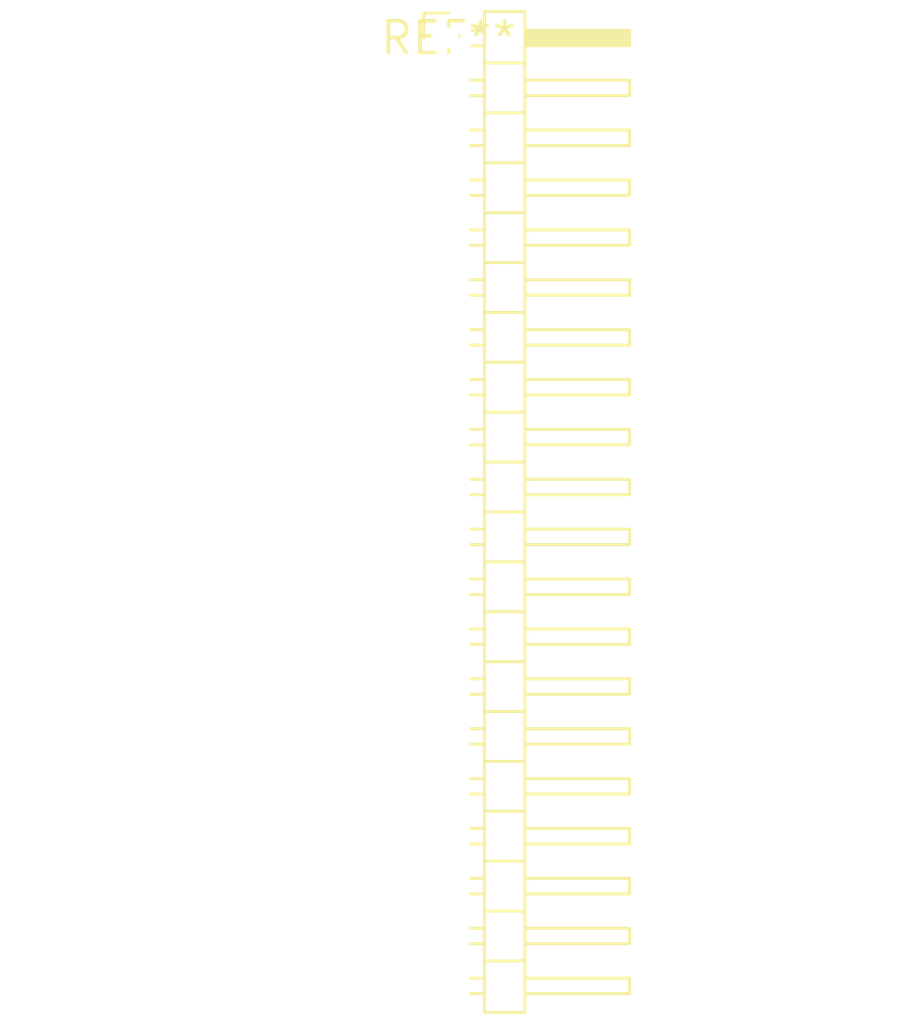
<source format=kicad_pcb>
(kicad_pcb (version 20240108) (generator pcbnew)
  (layers (0 "F.Cu" signal) (31 "B.Cu" signal) (34 "B.Paste" user) (35 "F.Paste" user) (36 "B.SilkS" user "B.Silkscreen") (37 "F.SilkS" user "F.Silkscreen") (38 "B.Mask" user) (39 "F.Mask" user) (44 "Edge.Cuts" user))
  (net 0 "")
  (footprint "PinHeader_1x20_P2.00mm_Horizontal" (layer "F.Cu") (at 0 0)
    (property "Reference" "REF**")
    (property "Value" "PinHeader_1x20_P2.00mm_Horizontal")
    (fp_line (start -1 -1) (end 0 -1) (layer "F.SilkS") (stroke (width 0.12)))
    (fp_line (start -1 0) (end -1 -1) (layer "F.SilkS") (stroke (width 0.12)))
    (fp_line (start 0.882114 1.69) (end 1.44 1.69) (layer "F.SilkS") (stroke (width 0.12)))
    (fp_line (start 0.882114 2.31) (end 1.44 2.31) (layer "F.SilkS") (stroke (width 0.12)))
    (fp_line (start 0.882114 3.69) (end 1.44 3.69) (layer "F.SilkS") (stroke (width 0.12)))
    (fp_line (start 0.882114 4.31) (end 1.44 4.31) (layer "F.SilkS") (stroke (width 0.12)))
    (fp_line (start 0.882114 5.69) (end 1.44 5.69) (layer "F.SilkS") (stroke (width 0.12)))
    (fp_line (start 0.882114 6.31) (end 1.44 6.31) (layer "F.SilkS") (stroke (width 0.12)))
    (fp_line (start 0.882114 7.69) (end 1.44 7.69) (layer "F.SilkS") (stroke (width 0.12)))
    (fp_line (start 0.882114 8.31) (end 1.44 8.31) (layer "F.SilkS") (stroke (width 0.12)))
    (fp_line (start 0.882114 9.69) (end 1.44 9.69) (layer "F.SilkS") (stroke (width 0.12)))
    (fp_line (start 0.882114 10.31) (end 1.44 10.31) (layer "F.SilkS") (stroke (width 0.12)))
    (fp_line (start 0.882114 11.69) (end 1.44 11.69) (layer "F.SilkS") (stroke (width 0.12)))
    (fp_line (start 0.882114 12.31) (end 1.44 12.31) (layer "F.SilkS") (stroke (width 0.12)))
    (fp_line (start 0.882114 13.69) (end 1.44 13.69) (layer "F.SilkS") (stroke (width 0.12)))
    (fp_line (start 0.882114 14.31) (end 1.44 14.31) (layer "F.SilkS") (stroke (width 0.12)))
    (fp_line (start 0.882114 15.69) (end 1.44 15.69) (layer "F.SilkS") (stroke (width 0.12)))
    (fp_line (start 0.882114 16.31) (end 1.44 16.31) (layer "F.SilkS") (stroke (width 0.12)))
    (fp_line (start 0.882114 17.69) (end 1.44 17.69) (layer "F.SilkS") (stroke (width 0.12)))
    (fp_line (start 0.882114 18.31) (end 1.44 18.31) (layer "F.SilkS") (stroke (width 0.12)))
    (fp_line (start 0.882114 19.69) (end 1.44 19.69) (layer "F.SilkS") (stroke (width 0.12)))
    (fp_line (start 0.882114 20.31) (end 1.44 20.31) (layer "F.SilkS") (stroke (width 0.12)))
    (fp_line (start 0.882114 21.69) (end 1.44 21.69) (layer "F.SilkS") (stroke (width 0.12)))
    (fp_line (start 0.882114 22.31) (end 1.44 22.31) (layer "F.SilkS") (stroke (width 0.12)))
    (fp_line (start 0.882114 23.69) (end 1.44 23.69) (layer "F.SilkS") (stroke (width 0.12)))
    (fp_line (start 0.882114 24.31) (end 1.44 24.31) (layer "F.SilkS") (stroke (width 0.12)))
    (fp_line (start 0.882114 25.69) (end 1.44 25.69) (layer "F.SilkS") (stroke (width 0.12)))
    (fp_line (start 0.882114 26.31) (end 1.44 26.31) (layer "F.SilkS") (stroke (width 0.12)))
    (fp_line (start 0.882114 27.69) (end 1.44 27.69) (layer "F.SilkS") (stroke (width 0.12)))
    (fp_line (start 0.882114 28.31) (end 1.44 28.31) (layer "F.SilkS") (stroke (width 0.12)))
    (fp_line (start 0.882114 29.69) (end 1.44 29.69) (layer "F.SilkS") (stroke (width 0.12)))
    (fp_line (start 0.882114 30.31) (end 1.44 30.31) (layer "F.SilkS") (stroke (width 0.12)))
    (fp_line (start 0.882114 31.69) (end 1.44 31.69) (layer "F.SilkS") (stroke (width 0.12)))
    (fp_line (start 0.882114 32.31) (end 1.44 32.31) (layer "F.SilkS") (stroke (width 0.12)))
    (fp_line (start 0.882114 33.69) (end 1.44 33.69) (layer "F.SilkS") (stroke (width 0.12)))
    (fp_line (start 0.882114 34.31) (end 1.44 34.31) (layer "F.SilkS") (stroke (width 0.12)))
    (fp_line (start 0.882114 35.69) (end 1.44 35.69) (layer "F.SilkS") (stroke (width 0.12)))
    (fp_line (start 0.882114 36.31) (end 1.44 36.31) (layer "F.SilkS") (stroke (width 0.12)))
    (fp_line (start 0.882114 37.69) (end 1.44 37.69) (layer "F.SilkS") (stroke (width 0.12)))
    (fp_line (start 0.882114 38.31) (end 1.44 38.31) (layer "F.SilkS") (stroke (width 0.12)))
    (fp_line (start 0.935 -0.31) (end 1.44 -0.31) (layer "F.SilkS") (stroke (width 0.12)))
    (fp_line (start 0.935 0.31) (end 1.44 0.31) (layer "F.SilkS") (stroke (width 0.12)))
    (fp_line (start 1.44 -1.06) (end 1.44 39.06) (layer "F.SilkS") (stroke (width 0.12)))
    (fp_line (start 1.44 1) (end 3.06 1) (layer "F.SilkS") (stroke (width 0.12)))
    (fp_line (start 1.44 3) (end 3.06 3) (layer "F.SilkS") (stroke (width 0.12)))
    (fp_line (start 1.44 5) (end 3.06 5) (layer "F.SilkS") (stroke (width 0.12)))
    (fp_line (start 1.44 7) (end 3.06 7) (layer "F.SilkS") (stroke (width 0.12)))
    (fp_line (start 1.44 9) (end 3.06 9) (layer "F.SilkS") (stroke (width 0.12)))
    (fp_line (start 1.44 11) (end 3.06 11) (layer "F.SilkS") (stroke (width 0.12)))
    (fp_line (start 1.44 13) (end 3.06 13) (layer "F.SilkS") (stroke (width 0.12)))
    (fp_line (start 1.44 15) (end 3.06 15) (layer "F.SilkS") (stroke (width 0.12)))
    (fp_line (start 1.44 17) (end 3.06 17) (layer "F.SilkS") (stroke (width 0.12)))
    (fp_line (start 1.44 19) (end 3.06 19) (layer "F.SilkS") (stroke (width 0.12)))
    (fp_line (start 1.44 21) (end 3.06 21) (layer "F.SilkS") (stroke (width 0.12)))
    (fp_line (start 1.44 23) (end 3.06 23) (layer "F.SilkS") (stroke (width 0.12)))
    (fp_line (start 1.44 25) (end 3.06 25) (layer "F.SilkS") (stroke (width 0.12)))
    (fp_line (start 1.44 27) (end 3.06 27) (layer "F.SilkS") (stroke (width 0.12)))
    (fp_line (start 1.44 29) (end 3.06 29) (layer "F.SilkS") (stroke (width 0.12)))
    (fp_line (start 1.44 31) (end 3.06 31) (layer "F.SilkS") (stroke (width 0.12)))
    (fp_line (start 1.44 33) (end 3.06 33) (layer "F.SilkS") (stroke (width 0.12)))
    (fp_line (start 1.44 35) (end 3.06 35) (layer "F.SilkS") (stroke (width 0.12)))
    (fp_line (start 1.44 37) (end 3.06 37) (layer "F.SilkS") (stroke (width 0.12)))
    (fp_line (start 1.44 39.06) (end 3.06 39.06) (layer "F.SilkS") (stroke (width 0.12)))
    (fp_line (start 3.06 -1.06) (end 1.44 -1.06) (layer "F.SilkS") (stroke (width 0.12)))
    (fp_line (start 3.06 -0.31) (end 7.26 -0.31) (layer "F.SilkS") (stroke (width 0.12)))
    (fp_line (start 3.06 -0.25) (end 7.26 -0.25) (layer "F.SilkS") (stroke (width 0.12)))
    (fp_line (start 3.06 -0.13) (end 7.26 -0.13) (layer "F.SilkS") (stroke (width 0.12)))
    (fp_line (start 3.06 -0.01) (end 7.26 -0.01) (layer "F.SilkS") (stroke (width 0.12)))
    (fp_line (start 3.06 0.11) (end 7.26 0.11) (layer "F.SilkS") (stroke (width 0.12)))
    (fp_line (start 3.06 0.23) (end 7.26 0.23) (layer "F.SilkS") (stroke (width 0.12)))
    (fp_line (start 3.06 1.69) (end 7.26 1.69) (layer "F.SilkS") (stroke (width 0.12)))
    (fp_line (start 3.06 3.69) (end 7.26 3.69) (layer "F.SilkS") (stroke (width 0.12)))
    (fp_line (start 3.06 5.69) (end 7.26 5.69) (layer "F.SilkS") (stroke (width 0.12)))
    (fp_line (start 3.06 7.69) (end 7.26 7.69) (layer "F.SilkS") (stroke (width 0.12)))
    (fp_line (start 3.06 9.69) (end 7.26 9.69) (layer "F.SilkS") (stroke (width 0.12)))
    (fp_line (start 3.06 11.69) (end 7.26 11.69) (layer "F.SilkS") (stroke (width 0.12)))
    (fp_line (start 3.06 13.69) (end 7.26 13.69) (layer "F.SilkS") (stroke (width 0.12)))
    (fp_line (start 3.06 15.69) (end 7.26 15.69) (layer "F.SilkS") (stroke (width 0.12)))
    (fp_line (start 3.06 17.69) (end 7.26 17.69) (layer "F.SilkS") (stroke (width 0.12)))
    (fp_line (start 3.06 19.69) (end 7.26 19.69) (layer "F.SilkS") (stroke (width 0.12)))
    (fp_line (start 3.06 21.69) (end 7.26 21.69) (layer "F.SilkS") (stroke (width 0.12)))
    (fp_line (start 3.06 23.69) (end 7.26 23.69) (layer "F.SilkS") (stroke (width 0.12)))
    (fp_line (start 3.06 25.69) (end 7.26 25.69) (layer "F.SilkS") (stroke (width 0.12)))
    (fp_line (start 3.06 27.69) (end 7.26 27.69) (layer "F.SilkS") (stroke (width 0.12)))
    (fp_line (start 3.06 29.69) (end 7.26 29.69) (layer "F.SilkS") (stroke (width 0.12)))
    (fp_line (start 3.06 31.69) (end 7.26 31.69) (layer "F.SilkS") (stroke (width 0.12)))
    (fp_line (start 3.06 33.69) (end 7.26 33.69) (layer "F.SilkS") (stroke (width 0.12)))
    (fp_line (start 3.06 35.69) (end 7.26 35.69) (layer "F.SilkS") (stroke (width 0.12)))
    (fp_line (start 3.06 37.69) (end 7.26 37.69) (layer "F.SilkS") (stroke (width 0.12)))
    (fp_line (start 3.06 39.06) (end 3.06 -1.06) (layer "F.SilkS") (stroke (width 0.12)))
    (fp_line (start 7.26 -0.31) (end 7.26 0.31) (layer "F.SilkS") (stroke (width 0.12)))
    (fp_line (start 7.26 0.31) (end 3.06 0.31) (layer "F.SilkS") (stroke (width 0.12)))
    (fp_line (start 7.26 1.69) (end 7.26 2.31) (layer "F.SilkS") (stroke (width 0.12)))
    (fp_line (start 7.26 2.31) (end 3.06 2.31) (layer "F.SilkS") (stroke (width 0.12)))
    (fp_line (start 7.26 3.69) (end 7.26 4.31) (layer "F.SilkS") (stroke (width 0.12)))
    (fp_line (start 7.26 4.31) (end 3.06 4.31) (layer "F.SilkS") (stroke (width 0.12)))
    (fp_line (start 7.26 5.69) (end 7.26 6.31) (layer "F.SilkS") (stroke (width 0.12)))
    (fp_line (start 7.26 6.31) (end 3.06 6.31) (layer "F.SilkS") (stroke (width 0.12)))
    (fp_line (start 7.26 7.69) (end 7.26 8.31) (layer "F.SilkS") (stroke (width 0.12)))
    (fp_line (start 7.26 8.31) (end 3.06 8.31) (layer "F.SilkS") (stroke (width 0.12)))
    (fp_line (start 7.26 9.69) (end 7.26 10.31) (layer "F.SilkS") (stroke (width 0.12)))
    (fp_line (start 7.26 10.31) (end 3.06 10.31) (layer "F.SilkS") (stroke (width 0.12)))
    (fp_line (start 7.26 11.69) (end 7.26 12.31) (layer "F.SilkS") (stroke (width 0.12)))
    (fp_line (start 7.26 12.31) (end 3.06 12.31) (layer "F.SilkS") (stroke (width 0.12)))
    (fp_line (start 7.26 13.69) (end 7.26 14.31) (layer "F.SilkS") (stroke (width 0.12)))
    (fp_line (start 7.26 14.31) (end 3.06 14.31) (layer "F.SilkS") (stroke (width 0.12)))
    (fp_line (start 7.26 15.69) (end 7.26 16.31) (layer "F.SilkS") (stroke (width 0.12)))
    (fp_line (start 7.26 16.31) (end 3.06 16.31) (layer "F.SilkS") (stroke (width 0.12)))
    (fp_line (start 7.26 17.69) (end 7.26 18.31) (layer "F.SilkS") (stroke (width 0.12)))
    (fp_line (start 7.26 18.31) (end 3.06 18.31) (layer "F.SilkS") (stroke (width 0.12)))
    (fp_line (start 7.26 19.69) (end 7.26 20.31) (layer "F.SilkS") (stroke (width 0.12)))
    (fp_line (start 7.26 20.31) (end 3.06 20.31) (layer "F.SilkS") (stroke (width 0.12)))
    (fp_line (start 7.26 21.69) (end 7.26 22.31) (layer "F.SilkS") (stroke (width 0.12)))
    (fp_line (start 7.26 22.31) (end 3.06 22.31) (layer "F.SilkS") (stroke (width 0.12)))
    (fp_line (start 7.26 23.69) (end 7.26 24.31) (layer "F.SilkS") (stroke (width 0.12)))
    (fp_line (start 7.26 24.31) (end 3.06 24.31) (layer "F.SilkS") (stroke (width 0.12)))
    (fp_line (start 7.26 25.69) (end 7.26 26.31) (layer "F.SilkS") (stroke (width 0.12)))
    (fp_line (start 7.26 26.31) (end 3.06 26.31) (layer "F.SilkS") (stroke (width 0.12)))
    (fp_line (start 7.26 27.69) (end 7.26 28.31) (layer "F.SilkS") (stroke (width 0.12)))
    (fp_line (start 7.26 28.31) (end 3.06 28.31) (layer "F.SilkS") (stroke (width 0.12)))
    (fp_line (start 7.26 29.69) (end 7.26 30.31) (layer "F.SilkS") (stroke (width 0.12)))
    (fp_line (start 7.26 30.31) (end 3.06 30.31) (layer "F.SilkS") (stroke (width 0.12)))
    (fp_line (start 7.26 31.69) (end 7.26 32.31) (layer "F.SilkS") (stroke (width 0.12)))
    (fp_line (start 7.26 32.31) (end 3.06 32.31) (layer "F.SilkS") (stroke (width 0.12)))
    (fp_line (start 7.26 33.69) (end 7.26 34.31) (layer "F.SilkS") (stroke (width 0.12)))
    (fp_line (start 7.26 34.31) (end 3.06 34.31) (layer "F.SilkS") (stroke (width 0.12)))
    (fp_line (start 7.26 35.69) (end 7.26 36.31) (layer "F.SilkS") (stroke (width 0.12)))
    (fp_line (start 7.26 36.31) (end 3.06 36.31) (layer "F.SilkS") (stroke (width 0.12)))
    (fp_line (start 7.26 37.69) (end 7.26 38.31) (layer "F.SilkS") (stroke (width 0.12)))
    (fp_line (start 7.26 38.31) (end 3.06 38.31) (layer "F.SilkS") (stroke (width 0.12)))
    (pad "1" thru_hole rect (at 0 0) (size 1.35 1.35) (drill 0.8) (layers *.Cu *.Mask) (remove_unused_layers))
    (pad "2" thru_hole oval (at 0 2) (size 1.35 1.35) (drill 0.8) (layers *.Cu *.Mask) (remove_unused_layers))
    (pad "3" thru_hole oval (at 0 4) (size 1.35 1.35) (drill 0.8) (layers *.Cu *.Mask) (remove_unused_layers))
    (pad "4" thru_hole oval (at 0 6) (size 1.35 1.35) (drill 0.8) (layers *.Cu *.Mask) (remove_unused_layers))
    (pad "5" thru_hole oval (at 0 8) (size 1.35 1.35) (drill 0.8) (layers *.Cu *.Mask) (remove_unused_layers))
    (pad "6" thru_hole oval (at 0 10) (size 1.35 1.35) (drill 0.8) (layers *.Cu *.Mask) (remove_unused_layers))
    (pad "7" thru_hole oval (at 0 12) (size 1.35 1.35) (drill 0.8) (layers *.Cu *.Mask) (remove_unused_layers))
    (pad "8" thru_hole oval (at 0 14) (size 1.35 1.35) (drill 0.8) (layers *.Cu *.Mask) (remove_unused_layers))
    (pad "9" thru_hole oval (at 0 16) (size 1.35 1.35) (drill 0.8) (layers *.Cu *.Mask) (remove_unused_layers))
    (pad "10" thru_hole oval (at 0 18) (size 1.35 1.35) (drill 0.8) (layers *.Cu *.Mask) (remove_unused_layers))
    (pad "11" thru_hole oval (at 0 20) (size 1.35 1.35) (drill 0.8) (layers *.Cu *.Mask) (remove_unused_layers))
    (pad "12" thru_hole oval (at 0 22) (size 1.35 1.35) (drill 0.8) (layers *.Cu *.Mask) (remove_unused_layers))
    (pad "13" thru_hole oval (at 0 24) (size 1.35 1.35) (drill 0.8) (layers *.Cu *.Mask) (remove_unused_layers))
    (pad "14" thru_hole oval (at 0 26) (size 1.35 1.35) (drill 0.8) (layers *.Cu *.Mask) (remove_unused_layers))
    (pad "15" thru_hole oval (at 0 28) (size 1.35 1.35) (drill 0.8) (layers *.Cu *.Mask) (remove_unused_layers))
    (pad "16" thru_hole oval (at 0 30) (size 1.35 1.35) (drill 0.8) (layers *.Cu *.Mask) (remove_unused_layers))
    (pad "17" thru_hole oval (at 0 32) (size 1.35 1.35) (drill 0.8) (layers *.Cu *.Mask) (remove_unused_layers))
    (pad "18" thru_hole oval (at 0 34) (size 1.35 1.35) (drill 0.8) (layers *.Cu *.Mask) (remove_unused_layers))
    (pad "19" thru_hole oval (at 0 36) (size 1.35 1.35) (drill 0.8) (layers *.Cu *.Mask) (remove_unused_layers))
    (pad "20" thru_hole oval (at 0 38) (size 1.35 1.35) (drill 0.8) (layers *.Cu *.Mask) (remove_unused_layers))
  )
)
</source>
